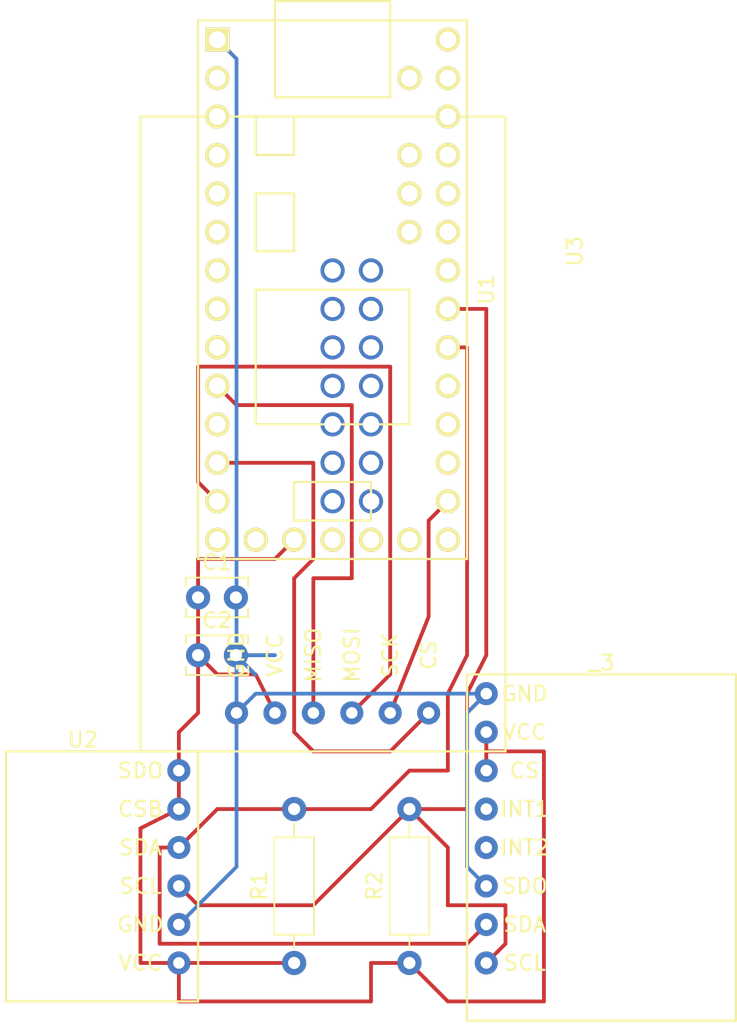
<source format=kicad_pcb>
(kicad_pcb (version 4) (host pcbnew 4.0.6)

  (general
    (links 26)
    (no_connects 2)
    (area 114.3 31.75 163.83 100.33)
    (thickness 1.6)
    (drawings 0)
    (tracks 92)
    (zones 0)
    (modules 8)
    (nets 42)
  )

  (page A4)
  (layers
    (0 F.Cu signal)
    (31 B.Cu signal)
    (32 B.Adhes user)
    (33 F.Adhes user)
    (34 B.Paste user)
    (35 F.Paste user)
    (36 B.SilkS user)
    (37 F.SilkS user)
    (38 B.Mask user)
    (39 F.Mask user)
    (40 Dwgs.User user)
    (41 Cmts.User user)
    (42 Eco1.User user)
    (43 Eco2.User user)
    (44 Edge.Cuts user)
    (45 Margin user)
    (46 B.CrtYd user)
    (47 F.CrtYd user)
    (48 B.Fab user)
    (49 F.Fab user)
  )

  (setup
    (last_trace_width 0.25)
    (trace_clearance 0.2)
    (zone_clearance 0.508)
    (zone_45_only no)
    (trace_min 0.2)
    (segment_width 0.2)
    (edge_width 0.15)
    (via_size 0.6)
    (via_drill 0.4)
    (via_min_size 0.4)
    (via_min_drill 0.3)
    (uvia_size 0.3)
    (uvia_drill 0.1)
    (uvias_allowed no)
    (uvia_min_size 0.2)
    (uvia_min_drill 0.1)
    (pcb_text_width 0.3)
    (pcb_text_size 1.5 1.5)
    (mod_edge_width 0.15)
    (mod_text_size 1 1)
    (mod_text_width 0.15)
    (pad_size 1.6 1.6)
    (pad_drill 0.8)
    (pad_to_mask_clearance 0.2)
    (aux_axis_origin 0 0)
    (visible_elements 7FFFFFFF)
    (pcbplotparams
      (layerselection 0x00030_80000001)
      (usegerberextensions false)
      (excludeedgelayer true)
      (linewidth 0.100000)
      (plotframeref false)
      (viasonmask false)
      (mode 1)
      (useauxorigin false)
      (hpglpennumber 1)
      (hpglpenspeed 20)
      (hpglpendiameter 15)
      (hpglpenoverlay 2)
      (psnegative false)
      (psa4output false)
      (plotreference true)
      (plotvalue true)
      (plotinvisibletext false)
      (padsonsilk false)
      (subtractmaskfromsilk false)
      (outputformat 1)
      (mirror false)
      (drillshape 1)
      (scaleselection 1)
      (outputdirectory ""))
  )

  (net 0 "")
  (net 1 +3V3)
  (net 2 GND)
  (net 3 "Net-(R1-Pad2)")
  (net 4 "Net-(R2-Pad2)")
  (net 5 "Net-(U1-Pad17)")
  (net 6 "Net-(U1-Pad18)")
  (net 7 "Net-(U1-Pad19)")
  (net 8 "Net-(U1-Pad20)")
  (net 9 "Net-(U1-Pad15)")
  (net 10 "Net-(U1-Pad14)")
  (net 11 "Net-(U1-Pad21)")
  (net 12 "Net-(U1-Pad22)")
  (net 13 "Net-(U1-Pad23)")
  (net 14 "Net-(U1-Pad24)")
  (net 15 "Net-(U1-Pad27)")
  (net 16 "Net-(U1-Pad28)")
  (net 17 "Net-(U1-Pad29)")
  (net 18 "Net-(U1-Pad30)")
  (net 19 "Net-(U1-Pad31)")
  (net 20 "Net-(U1-Pad32)")
  (net 21 "Net-(U1-Pad33)")
  (net 22 "Net-(U1-Pad34)")
  (net 23 "Net-(U1-Pad35)")
  (net 24 "Net-(U1-Pad36)")
  (net 25 "Net-(U1-Pad37)")
  (net 26 "Net-(U1-Pad13)")
  (net 27 "Net-(U1-Pad12)")
  (net 28 "Net-(U1-Pad11)")
  (net 29 "Net-(U1-Pad10)")
  (net 30 "Net-(U1-Pad9)")
  (net 31 "Net-(U1-Pad8)")
  (net 32 "Net-(U1-Pad7)")
  (net 33 "Net-(U1-Pad6)")
  (net 34 "Net-(U1-Pad5)")
  (net 35 "Net-(U1-Pad4)")
  (net 36 "Net-(U1-Pad3)")
  (net 37 "Net-(U1-Pad2)")
  (net 38 "Net-(U1-Pad38)")
  (net 39 "Net-(U1-Pad39)")
  (net 40 "Net-(_3-Pad4)")
  (net 41 "Net-(_3-Pad5)")

  (net_class Default "This is the default net class."
    (clearance 0.2)
    (trace_width 0.25)
    (via_dia 0.6)
    (via_drill 0.4)
    (uvia_dia 0.3)
    (uvia_drill 0.1)
    (add_net +3V3)
    (add_net GND)
    (add_net "Net-(R1-Pad2)")
    (add_net "Net-(R2-Pad2)")
    (add_net "Net-(U1-Pad10)")
    (add_net "Net-(U1-Pad11)")
    (add_net "Net-(U1-Pad12)")
    (add_net "Net-(U1-Pad13)")
    (add_net "Net-(U1-Pad14)")
    (add_net "Net-(U1-Pad15)")
    (add_net "Net-(U1-Pad17)")
    (add_net "Net-(U1-Pad18)")
    (add_net "Net-(U1-Pad19)")
    (add_net "Net-(U1-Pad2)")
    (add_net "Net-(U1-Pad20)")
    (add_net "Net-(U1-Pad21)")
    (add_net "Net-(U1-Pad22)")
    (add_net "Net-(U1-Pad23)")
    (add_net "Net-(U1-Pad24)")
    (add_net "Net-(U1-Pad27)")
    (add_net "Net-(U1-Pad28)")
    (add_net "Net-(U1-Pad29)")
    (add_net "Net-(U1-Pad3)")
    (add_net "Net-(U1-Pad30)")
    (add_net "Net-(U1-Pad31)")
    (add_net "Net-(U1-Pad32)")
    (add_net "Net-(U1-Pad33)")
    (add_net "Net-(U1-Pad34)")
    (add_net "Net-(U1-Pad35)")
    (add_net "Net-(U1-Pad36)")
    (add_net "Net-(U1-Pad37)")
    (add_net "Net-(U1-Pad38)")
    (add_net "Net-(U1-Pad39)")
    (add_net "Net-(U1-Pad4)")
    (add_net "Net-(U1-Pad5)")
    (add_net "Net-(U1-Pad6)")
    (add_net "Net-(U1-Pad7)")
    (add_net "Net-(U1-Pad8)")
    (add_net "Net-(U1-Pad9)")
    (add_net "Net-(_3-Pad4)")
    (add_net "Net-(_3-Pad5)")
  )

  (module EbayParts:SDCard_Breakout (layer F.Cu) (tedit 58C79BFA) (tstamp 58C7A38D)
    (at 124.46 40.64 270)
    (path /58C79E1B)
    (fp_text reference U3 (at 8.89 -28.71 270) (layer F.SilkS)
      (effects (font (size 1 1) (thickness 0.15)))
    )
    (fp_text value SDCard_Breakout (at 10.16 -25.9 270) (layer F.Fab)
      (effects (font (size 1 1) (thickness 0.15)))
    )
    (fp_text user GND (at 35.56 -6.35 270) (layer F.SilkS)
      (effects (font (size 1 1) (thickness 0.15)))
    )
    (fp_text user VCC (at 35.56 -8.89 270) (layer F.SilkS)
      (effects (font (size 1 1) (thickness 0.15)))
    )
    (fp_text user MISO (at 35.56 -11.43 270) (layer F.SilkS)
      (effects (font (size 1 1) (thickness 0.15)))
    )
    (fp_text user MOSI (at 35.56 -13.97 270) (layer F.SilkS)
      (effects (font (size 1 1) (thickness 0.15)))
    )
    (fp_text user SCK (at 35.56 -16.51 270) (layer F.SilkS)
      (effects (font (size 1 1) (thickness 0.15)))
    )
    (fp_text user CS (at 35.56 -19.05 270) (layer F.SilkS)
      (effects (font (size 1 1) (thickness 0.15)))
    )
    (fp_line (start 0 0) (end 0 -24.13) (layer F.SilkS) (width 0.15))
    (fp_line (start 0 -24.13) (end 41.91 -24.13) (layer F.SilkS) (width 0.15))
    (fp_line (start 41.91 -24.13) (end 41.91 0) (layer F.SilkS) (width 0.15))
    (fp_line (start 41.91 0) (end 0 0) (layer F.SilkS) (width 0.15))
    (pad 6 thru_hole circle (at 39.37 -19.05 270) (size 1.524 1.524) (drill 0.762) (layers *.Cu *.Mask)
      (net 27 "Net-(U1-Pad12)"))
    (pad 5 thru_hole circle (at 39.37 -16.51 270) (size 1.524 1.524) (drill 0.762) (layers *.Cu *.Mask)
      (net 11 "Net-(U1-Pad21)"))
    (pad 4 thru_hole circle (at 39.37 -13.97 270) (size 1.524 1.524) (drill 0.762) (layers *.Cu *.Mask)
      (net 26 "Net-(U1-Pad13)"))
    (pad 3 thru_hole circle (at 39.37 -11.43 270) (size 1.524 1.524) (drill 0.762) (layers *.Cu *.Mask)
      (net 29 "Net-(U1-Pad10)"))
    (pad 2 thru_hole circle (at 39.37 -8.89 270) (size 1.524 1.524) (drill 0.762) (layers *.Cu *.Mask)
      (net 1 +3V3))
    (pad 1 thru_hole circle (at 39.37 -6.35 270) (size 1.524 1.524) (drill 0.762) (layers *.Cu *.Mask)
      (net 2 GND))
  )

  (module Teensy:Teensy30_31_32_LC (layer F.Cu) (tedit 581B9EAD) (tstamp 58C79E46)
    (at 137.16 52.07 270)
    (path /58C78C56)
    (fp_text reference U1 (at 0 -10.16 270) (layer F.SilkS)
      (effects (font (size 1 1) (thickness 0.15)))
    )
    (fp_text value Teensy-LC (at 0 10.16 270) (layer F.Fab)
      (effects (font (size 1 1) (thickness 0.15)))
    )
    (fp_line (start -17.78 3.81) (end -19.05 3.81) (layer F.SilkS) (width 0.15))
    (fp_line (start -19.05 3.81) (end -19.05 -3.81) (layer F.SilkS) (width 0.15))
    (fp_line (start -19.05 -3.81) (end -17.78 -3.81) (layer F.SilkS) (width 0.15))
    (fp_line (start -6.35 5.08) (end -2.54 5.08) (layer F.SilkS) (width 0.15))
    (fp_line (start -2.54 5.08) (end -2.54 2.54) (layer F.SilkS) (width 0.15))
    (fp_line (start -2.54 2.54) (end -6.35 2.54) (layer F.SilkS) (width 0.15))
    (fp_line (start -6.35 2.54) (end -6.35 5.08) (layer F.SilkS) (width 0.15))
    (fp_line (start -12.7 3.81) (end -12.7 -3.81) (layer F.SilkS) (width 0.15))
    (fp_line (start -12.7 -3.81) (end -17.78 -3.81) (layer F.SilkS) (width 0.15))
    (fp_line (start -12.7 3.81) (end -17.78 3.81) (layer F.SilkS) (width 0.15))
    (fp_line (start -11.43 5.08) (end -8.89 5.08) (layer F.SilkS) (width 0.15))
    (fp_line (start -8.89 5.08) (end -8.89 2.54) (layer F.SilkS) (width 0.15))
    (fp_line (start -8.89 2.54) (end -11.43 2.54) (layer F.SilkS) (width 0.15))
    (fp_line (start -11.43 2.54) (end -11.43 5.08) (layer F.SilkS) (width 0.15))
    (fp_line (start 15.24 -2.54) (end 15.24 2.54) (layer F.SilkS) (width 0.15))
    (fp_line (start 15.24 2.54) (end 12.7 2.54) (layer F.SilkS) (width 0.15))
    (fp_line (start 12.7 2.54) (end 12.7 -2.54) (layer F.SilkS) (width 0.15))
    (fp_line (start 12.7 -2.54) (end 15.24 -2.54) (layer F.SilkS) (width 0.15))
    (fp_line (start 8.89 5.08) (end 8.89 -5.08) (layer F.SilkS) (width 0.15))
    (fp_line (start 0 -5.08) (end 0 5.08) (layer F.SilkS) (width 0.15))
    (fp_line (start 8.89 -5.08) (end 0 -5.08) (layer F.SilkS) (width 0.15))
    (fp_line (start 8.89 5.08) (end 0 5.08) (layer F.SilkS) (width 0.15))
    (fp_line (start -17.78 -8.89) (end 17.78 -8.89) (layer F.SilkS) (width 0.15))
    (fp_line (start 17.78 -8.89) (end 17.78 8.89) (layer F.SilkS) (width 0.15))
    (fp_line (start 17.78 8.89) (end -17.78 8.89) (layer F.SilkS) (width 0.15))
    (fp_line (start -17.78 8.89) (end -17.78 -8.89) (layer F.SilkS) (width 0.15))
    (pad 17 thru_hole circle (at 16.51 0 270) (size 1.6 1.6) (drill 1.1) (layers *.Cu *.Mask F.SilkS)
      (net 5 "Net-(U1-Pad17)"))
    (pad 18 thru_hole circle (at 16.51 -2.54 270) (size 1.6 1.6) (drill 1.1) (layers *.Cu *.Mask F.SilkS)
      (net 6 "Net-(U1-Pad18)"))
    (pad 19 thru_hole circle (at 16.51 -5.08 270) (size 1.6 1.6) (drill 1.1) (layers *.Cu *.Mask F.SilkS)
      (net 7 "Net-(U1-Pad19)"))
    (pad 20 thru_hole circle (at 16.51 -7.62 270) (size 1.6 1.6) (drill 1.1) (layers *.Cu *.Mask F.SilkS)
      (net 8 "Net-(U1-Pad20)"))
    (pad 16 thru_hole circle (at 16.51 2.54 270) (size 1.6 1.6) (drill 1.1) (layers *.Cu *.Mask F.SilkS)
      (net 1 +3V3))
    (pad 15 thru_hole circle (at 16.51 5.08 270) (size 1.6 1.6) (drill 1.1) (layers *.Cu *.Mask F.SilkS)
      (net 9 "Net-(U1-Pad15)"))
    (pad 14 thru_hole circle (at 16.51 7.62 270) (size 1.6 1.6) (drill 1.1) (layers *.Cu *.Mask F.SilkS)
      (net 10 "Net-(U1-Pad14)"))
    (pad 21 thru_hole circle (at 13.97 -7.62 270) (size 1.6 1.6) (drill 1.1) (layers *.Cu *.Mask F.SilkS)
      (net 11 "Net-(U1-Pad21)"))
    (pad 22 thru_hole circle (at 11.43 -7.62 270) (size 1.6 1.6) (drill 1.1) (layers *.Cu *.Mask F.SilkS)
      (net 12 "Net-(U1-Pad22)"))
    (pad 23 thru_hole circle (at 8.89 -7.62 270) (size 1.6 1.6) (drill 1.1) (layers *.Cu *.Mask F.SilkS)
      (net 13 "Net-(U1-Pad23)"))
    (pad 24 thru_hole circle (at 6.35 -7.62 270) (size 1.6 1.6) (drill 1.1) (layers *.Cu *.Mask F.SilkS)
      (net 14 "Net-(U1-Pad24)"))
    (pad 25 thru_hole circle (at 3.81 -7.62 270) (size 1.6 1.6) (drill 1.1) (layers *.Cu *.Mask F.SilkS)
      (net 3 "Net-(R1-Pad2)"))
    (pad 26 thru_hole circle (at 1.27 -7.62 270) (size 1.6 1.6) (drill 1.1) (layers *.Cu *.Mask F.SilkS)
      (net 4 "Net-(R2-Pad2)"))
    (pad 27 thru_hole circle (at -1.27 -7.62 270) (size 1.6 1.6) (drill 1.1) (layers *.Cu *.Mask F.SilkS)
      (net 15 "Net-(U1-Pad27)"))
    (pad 28 thru_hole circle (at -3.81 -7.62 270) (size 1.6 1.6) (drill 1.1) (layers *.Cu *.Mask F.SilkS)
      (net 16 "Net-(U1-Pad28)"))
    (pad 29 thru_hole circle (at -6.35 -7.62 270) (size 1.6 1.6) (drill 1.1) (layers *.Cu *.Mask F.SilkS)
      (net 17 "Net-(U1-Pad29)"))
    (pad 30 thru_hole circle (at -8.89 -7.62 270) (size 1.6 1.6) (drill 1.1) (layers *.Cu *.Mask F.SilkS)
      (net 18 "Net-(U1-Pad30)"))
    (pad 31 thru_hole circle (at -11.43 -7.62 270) (size 1.6 1.6) (drill 1.1) (layers *.Cu *.Mask F.SilkS)
      (net 19 "Net-(U1-Pad31)"))
    (pad 32 thru_hole circle (at -13.97 -7.62 270) (size 1.6 1.6) (drill 1.1) (layers *.Cu *.Mask F.SilkS)
      (net 20 "Net-(U1-Pad32)"))
    (pad 33 thru_hole circle (at -16.51 -7.62 270) (size 1.6 1.6) (drill 1.1) (layers *.Cu *.Mask F.SilkS)
      (net 21 "Net-(U1-Pad33)"))
    (pad 34 thru_hole circle (at -13.97 -5.08 270) (size 1.6 1.6) (drill 1.1) (layers *.Cu *.Mask F.SilkS)
      (net 22 "Net-(U1-Pad34)"))
    (pad 35 thru_hole circle (at -8.89 -5.08 270) (size 1.6 1.6) (drill 1.1) (layers *.Cu *.Mask F.SilkS)
      (net 23 "Net-(U1-Pad35)"))
    (pad 36 thru_hole circle (at -6.35 -5.08 270) (size 1.6 1.6) (drill 1.1) (layers *.Cu *.Mask F.SilkS)
      (net 24 "Net-(U1-Pad36)"))
    (pad 37 thru_hole circle (at -3.81 -5.08 270) (size 1.6 1.6) (drill 1.1) (layers *.Cu *.Mask F.SilkS)
      (net 25 "Net-(U1-Pad37)"))
    (pad 13 thru_hole circle (at 13.97 7.62 270) (size 1.6 1.6) (drill 1.1) (layers *.Cu *.Mask F.SilkS)
      (net 26 "Net-(U1-Pad13)"))
    (pad 12 thru_hole circle (at 11.43 7.62 270) (size 1.6 1.6) (drill 1.1) (layers *.Cu *.Mask F.SilkS)
      (net 27 "Net-(U1-Pad12)"))
    (pad 11 thru_hole circle (at 8.89 7.62 270) (size 1.6 1.6) (drill 1.1) (layers *.Cu *.Mask F.SilkS)
      (net 28 "Net-(U1-Pad11)"))
    (pad 10 thru_hole circle (at 6.35 7.62 270) (size 1.6 1.6) (drill 1.1) (layers *.Cu *.Mask F.SilkS)
      (net 29 "Net-(U1-Pad10)"))
    (pad 9 thru_hole circle (at 3.81 7.62 270) (size 1.6 1.6) (drill 1.1) (layers *.Cu *.Mask F.SilkS)
      (net 30 "Net-(U1-Pad9)"))
    (pad 8 thru_hole circle (at 1.27 7.62 270) (size 1.6 1.6) (drill 1.1) (layers *.Cu *.Mask F.SilkS)
      (net 31 "Net-(U1-Pad8)"))
    (pad 7 thru_hole circle (at -1.27 7.62 270) (size 1.6 1.6) (drill 1.1) (layers *.Cu *.Mask F.SilkS)
      (net 32 "Net-(U1-Pad7)"))
    (pad 6 thru_hole circle (at -3.81 7.62 270) (size 1.6 1.6) (drill 1.1) (layers *.Cu *.Mask F.SilkS)
      (net 33 "Net-(U1-Pad6)"))
    (pad 5 thru_hole circle (at -6.35 7.62 270) (size 1.6 1.6) (drill 1.1) (layers *.Cu *.Mask F.SilkS)
      (net 34 "Net-(U1-Pad5)"))
    (pad 4 thru_hole circle (at -8.89 7.62 270) (size 1.6 1.6) (drill 1.1) (layers *.Cu *.Mask F.SilkS)
      (net 35 "Net-(U1-Pad4)"))
    (pad 3 thru_hole circle (at -11.43 7.62 270) (size 1.6 1.6) (drill 1.1) (layers *.Cu *.Mask F.SilkS)
      (net 36 "Net-(U1-Pad3)"))
    (pad 2 thru_hole circle (at -13.97 7.62 270) (size 1.6 1.6) (drill 1.1) (layers *.Cu *.Mask F.SilkS)
      (net 37 "Net-(U1-Pad2)"))
    (pad 1 thru_hole rect (at -16.51 7.62 270) (size 1.6 1.6) (drill 1.1) (layers *.Cu *.Mask F.SilkS)
      (net 2 GND))
    (pad 38 thru_hole circle (at -1.27 0 270) (size 1.6 1.6) (drill 1.1) (layers *.Cu *.Mask)
      (net 38 "Net-(U1-Pad38)"))
    (pad 39 thru_hole circle (at 1.27 0 270) (size 1.6 1.6) (drill 1.1) (layers *.Cu *.Mask)
      (net 39 "Net-(U1-Pad39)"))
    (pad 40 thru_hole circle (at 3.81 0 270) (size 1.6 1.6) (drill 1.1) (layers *.Cu *.Mask))
    (pad 41 thru_hole circle (at 6.35 0 270) (size 1.6 1.6) (drill 1.1) (layers *.Cu *.Mask))
    (pad 42 thru_hole circle (at 8.89 0 270) (size 1.6 1.6) (drill 1.1) (layers *.Cu *.Mask))
    (pad 43 thru_hole circle (at 11.43 0 270) (size 1.6 1.6) (drill 1.1) (layers *.Cu *.Mask))
    (pad 44 thru_hole circle (at 13.97 0 270) (size 1.6 1.6) (drill 1.1) (layers *.Cu *.Mask))
    (pad 45 thru_hole circle (at 13.97 -2.54 270) (size 1.6 1.6) (drill 1.1) (layers *.Cu *.Mask))
    (pad 46 thru_hole circle (at 11.43 -2.54 270) (size 1.6 1.6) (drill 1.1) (layers *.Cu *.Mask))
    (pad 47 thru_hole circle (at 8.89 -2.54 270) (size 1.6 1.6) (drill 1.1) (layers *.Cu *.Mask))
    (pad 48 thru_hole circle (at 6.35 -2.54 270) (size 1.6 1.6) (drill 1.1) (layers *.Cu *.Mask))
    (pad 49 thru_hole circle (at 3.81 -2.54 270) (size 1.6 1.6) (drill 1.1) (layers *.Cu *.Mask))
    (pad 50 thru_hole circle (at 1.27 -2.54 270) (size 1.6 1.6) (drill 1.1) (layers *.Cu *.Mask))
    (pad 51 thru_hole circle (at -1.27 -2.54 270) (size 1.6 1.6) (drill 1.1) (layers *.Cu *.Mask))
  )

  (module Capacitors_THT:C_Rect_L4.0mm_W2.5mm_P2.50mm (layer F.Cu) (tedit 58765D05) (tstamp 58C79DB5)
    (at 128.27 72.39)
    (descr "C, Rect series, Radial, pin pitch=2.50mm, , length*width=4*2.5mm^2, Capacitor")
    (tags "C Rect series Radial pin pitch 2.50mm  length 4mm width 2.5mm Capacitor")
    (path /58C7CCD2)
    (fp_text reference C1 (at 1.25 -2.31) (layer F.SilkS)
      (effects (font (size 1 1) (thickness 0.15)))
    )
    (fp_text value C (at 1.25 2.31) (layer F.Fab)
      (effects (font (size 1 1) (thickness 0.15)))
    )
    (fp_line (start -0.75 -1.25) (end -0.75 1.25) (layer F.Fab) (width 0.1))
    (fp_line (start -0.75 1.25) (end 3.25 1.25) (layer F.Fab) (width 0.1))
    (fp_line (start 3.25 1.25) (end 3.25 -1.25) (layer F.Fab) (width 0.1))
    (fp_line (start 3.25 -1.25) (end -0.75 -1.25) (layer F.Fab) (width 0.1))
    (fp_line (start -0.81 -1.31) (end 3.31 -1.31) (layer F.SilkS) (width 0.12))
    (fp_line (start -0.81 1.31) (end 3.31 1.31) (layer F.SilkS) (width 0.12))
    (fp_line (start -0.81 -1.31) (end -0.81 -0.75) (layer F.SilkS) (width 0.12))
    (fp_line (start -0.81 0.75) (end -0.81 1.31) (layer F.SilkS) (width 0.12))
    (fp_line (start 3.31 -1.31) (end 3.31 -0.75) (layer F.SilkS) (width 0.12))
    (fp_line (start 3.31 0.75) (end 3.31 1.31) (layer F.SilkS) (width 0.12))
    (fp_line (start -1.1 -1.6) (end -1.1 1.6) (layer F.CrtYd) (width 0.05))
    (fp_line (start -1.1 1.6) (end 3.6 1.6) (layer F.CrtYd) (width 0.05))
    (fp_line (start 3.6 1.6) (end 3.6 -1.6) (layer F.CrtYd) (width 0.05))
    (fp_line (start 3.6 -1.6) (end -1.1 -1.6) (layer F.CrtYd) (width 0.05))
    (pad 1 thru_hole circle (at 0 0) (size 1.6 1.6) (drill 0.8) (layers *.Cu *.Mask)
      (net 1 +3V3))
    (pad 2 thru_hole circle (at 2.5 0) (size 1.6 1.6) (drill 0.8) (layers *.Cu *.Mask)
      (net 2 GND))
    (model Capacitors_THT.3dshapes/C_Rect_L4.0mm_W2.5mm_P2.50mm.wrl
      (at (xyz 0 0 0))
      (scale (xyz 0.393701 0.393701 0.393701))
      (rotate (xyz 0 0 0))
    )
  )

  (module Capacitors_THT:C_Rect_L4.0mm_W2.5mm_P2.50mm (layer F.Cu) (tedit 58C7A574) (tstamp 58C79DC9)
    (at 128.27 76.2)
    (descr "C, Rect series, Radial, pin pitch=2.50mm, , length*width=4*2.5mm^2, Capacitor")
    (tags "C Rect series Radial pin pitch 2.50mm  length 4mm width 2.5mm Capacitor")
    (path /58C7CE8C)
    (fp_text reference C2 (at 1.25 -2.31) (layer F.SilkS)
      (effects (font (size 1 1) (thickness 0.15)))
    )
    (fp_text value C (at 1.25 2.31) (layer F.Fab)
      (effects (font (size 1 1) (thickness 0.15)))
    )
    (fp_line (start -0.75 -1.25) (end -0.75 1.25) (layer F.Fab) (width 0.1))
    (fp_line (start -0.75 1.25) (end 3.25 1.25) (layer F.Fab) (width 0.1))
    (fp_line (start 3.25 1.25) (end 3.25 -1.25) (layer F.Fab) (width 0.1))
    (fp_line (start 3.25 -1.25) (end -0.75 -1.25) (layer F.Fab) (width 0.1))
    (fp_line (start -0.81 -1.31) (end 3.31 -1.31) (layer F.SilkS) (width 0.12))
    (fp_line (start -0.81 1.31) (end 3.31 1.31) (layer F.SilkS) (width 0.12))
    (fp_line (start -0.81 -1.31) (end -0.81 -0.75) (layer F.SilkS) (width 0.12))
    (fp_line (start -0.81 0.75) (end -0.81 1.31) (layer F.SilkS) (width 0.12))
    (fp_line (start 3.31 -1.31) (end 3.31 -0.75) (layer F.SilkS) (width 0.12))
    (fp_line (start 3.31 0.75) (end 3.31 1.31) (layer F.SilkS) (width 0.12))
    (fp_line (start -1.1 -1.6) (end -1.1 1.6) (layer F.CrtYd) (width 0.05))
    (fp_line (start -1.1 1.6) (end 3.6 1.6) (layer F.CrtYd) (width 0.05))
    (fp_line (start 3.6 1.6) (end 3.6 -1.6) (layer F.CrtYd) (width 0.05))
    (fp_line (start 3.6 -1.6) (end -1.1 -1.6) (layer F.CrtYd) (width 0.05))
    (pad 1 thru_hole circle (at 0 0) (size 1.6 1.6) (drill 0.8) (layers *.Cu *.Mask)
      (net 1 +3V3))
    (pad 2 thru_hole circle (at 2.5 0) (size 1.6 1.6) (drill 0.8) (layers *.Cu *.Mask)
      (net 2 GND))
    (model Capacitors_THT.3dshapes/C_Rect_L4.0mm_W2.5mm_P2.50mm.wrl
      (at (xyz 0 0 0))
      (scale (xyz 0.393701 0.393701 0.393701))
      (rotate (xyz 0 0 0))
    )
  )

  (module EbayParts:BME280_Breakout (layer F.Cu) (tedit 58C7890B) (tstamp 58C79E5A)
    (at 115.57 99.06)
    (path /58C814CA)
    (fp_text reference U2 (at 5.08 -17.28) (layer F.SilkS)
      (effects (font (size 1 1) (thickness 0.15)))
    )
    (fp_text value BME280_Breakout (at 6.35 -17.01) (layer F.Fab)
      (effects (font (size 1 1) (thickness 0.15)))
    )
    (fp_text user VCC (at 8.89 -2.54) (layer F.SilkS)
      (effects (font (size 1 1) (thickness 0.15)))
    )
    (fp_text user GND (at 8.89 -5.08) (layer F.SilkS)
      (effects (font (size 1 1) (thickness 0.15)))
    )
    (fp_text user SCL (at 8.89 -7.62) (layer F.SilkS)
      (effects (font (size 1 1) (thickness 0.15)))
    )
    (fp_text user SDA (at 8.89 -10.16) (layer F.SilkS)
      (effects (font (size 1 1) (thickness 0.15)))
    )
    (fp_text user CSB (at 8.89 -12.7) (layer F.SilkS)
      (effects (font (size 1 1) (thickness 0.15)))
    )
    (fp_text user SDO (at 8.89 -15.24) (layer F.SilkS)
      (effects (font (size 1 1) (thickness 0.15)))
    )
    (fp_line (start 0 0) (end 0 -16.51) (layer F.SilkS) (width 0.15))
    (fp_line (start 0 -16.51) (end 12.7 -16.51) (layer F.SilkS) (width 0.15))
    (fp_line (start 12.7 -16.51) (end 12.7 0) (layer F.SilkS) (width 0.15))
    (fp_line (start 12.7 0) (end 0 0) (layer F.SilkS) (width 0.15))
    (pad 1 thru_hole circle (at 11.43 -15.24) (size 1.524 1.524) (drill 0.762) (layers *.Cu *.Mask)
      (net 1 +3V3))
    (pad 2 thru_hole circle (at 11.43 -12.7) (size 1.524 1.524) (drill 0.762) (layers *.Cu *.Mask)
      (net 1 +3V3))
    (pad 3 thru_hole circle (at 11.43 -10.16) (size 1.524 1.524) (drill 0.762) (layers *.Cu *.Mask)
      (net 3 "Net-(R1-Pad2)"))
    (pad 4 thru_hole circle (at 11.43 -7.62) (size 1.524 1.524) (drill 0.762) (layers *.Cu *.Mask)
      (net 4 "Net-(R2-Pad2)"))
    (pad 5 thru_hole circle (at 11.43 -5.08) (size 1.524 1.524) (drill 0.762) (layers *.Cu *.Mask)
      (net 2 GND))
    (pad 6 thru_hole circle (at 11.43 -2.54) (size 1.524 1.524) (drill 0.762) (layers *.Cu *.Mask)
      (net 1 +3V3))
  )

  (module EbayParts:ADXL345_Breakout (layer F.Cu) (tedit 58C78951) (tstamp 58C79E86)
    (at 146.05 100.33)
    (path /58C7BAD1)
    (fp_text reference _3 (at 8.89 -23.63) (layer F.SilkS)
      (effects (font (size 1 1) (thickness 0.15)))
    )
    (fp_text value ADXL345_Breakout (at 6.35 -25.9) (layer F.Fab)
      (effects (font (size 1 1) (thickness 0.15)))
    )
    (fp_text user SCL (at 3.81 -3.81) (layer F.SilkS)
      (effects (font (size 1 1) (thickness 0.15)))
    )
    (fp_text user SDA (at 3.81 -6.35) (layer F.SilkS)
      (effects (font (size 1 1) (thickness 0.15)))
    )
    (fp_text user SDO (at 3.81 -8.89) (layer F.SilkS)
      (effects (font (size 1 1) (thickness 0.15)))
    )
    (fp_text user INT2 (at 3.81 -11.43) (layer F.SilkS)
      (effects (font (size 1 1) (thickness 0.15)))
    )
    (fp_text user INT1 (at 3.81 -13.97) (layer F.SilkS)
      (effects (font (size 1 1) (thickness 0.15)))
    )
    (fp_text user CS (at 3.81 -16.51) (layer F.SilkS)
      (effects (font (size 1 1) (thickness 0.15)))
    )
    (fp_text user VCC (at 3.81 -19.05) (layer F.SilkS)
      (effects (font (size 1 1) (thickness 0.15)))
    )
    (fp_text user GND (at 3.81 -21.59) (layer F.SilkS)
      (effects (font (size 1 1) (thickness 0.15)))
    )
    (fp_line (start 0 0) (end 0 -22.86) (layer F.SilkS) (width 0.15))
    (fp_line (start 0 -22.86) (end 17.78 -22.86) (layer F.SilkS) (width 0.15))
    (fp_line (start 17.78 -22.86) (end 17.78 0) (layer F.SilkS) (width 0.15))
    (fp_line (start 17.78 0) (end 0 0) (layer F.SilkS) (width 0.15))
    (pad 1 thru_hole circle (at 1.27 -21.59) (size 1.524 1.524) (drill 0.762) (layers *.Cu *.Mask)
      (net 2 GND))
    (pad 2 thru_hole circle (at 1.27 -19.05) (size 1.524 1.524) (drill 0.762) (layers *.Cu *.Mask)
      (net 1 +3V3))
    (pad 3 thru_hole circle (at 1.27 -16.51) (size 1.524 1.524) (drill 0.762) (layers *.Cu *.Mask)
      (net 1 +3V3))
    (pad 4 thru_hole circle (at 1.27 -13.97) (size 1.524 1.524) (drill 0.762) (layers *.Cu *.Mask)
      (net 40 "Net-(_3-Pad4)"))
    (pad 5 thru_hole circle (at 1.27 -11.43) (size 1.524 1.524) (drill 0.762) (layers *.Cu *.Mask)
      (net 41 "Net-(_3-Pad5)"))
    (pad 6 thru_hole circle (at 1.27 -8.89) (size 1.524 1.524) (drill 0.762) (layers *.Cu *.Mask)
      (net 2 GND))
    (pad 7 thru_hole circle (at 1.27 -6.35) (size 1.524 1.524) (drill 0.762) (layers *.Cu *.Mask)
      (net 3 "Net-(R1-Pad2)"))
    (pad 8 thru_hole circle (at 1.27 -3.81) (size 1.524 1.524) (drill 0.762) (layers *.Cu *.Mask)
      (net 4 "Net-(R2-Pad2)"))
  )

  (module Resistors_THT:R_Axial_DIN0207_L6.3mm_D2.5mm_P10.16mm_Horizontal (layer F.Cu) (tedit 5874F706) (tstamp 58C7A7F9)
    (at 134.62 96.52 90)
    (descr "Resistor, Axial_DIN0207 series, Axial, Horizontal, pin pitch=10.16mm, 0.25W = 1/4W, length*diameter=6.3*2.5mm^2, http://cdn-reichelt.de/documents/datenblatt/B400/1_4W%23YAG.pdf")
    (tags "Resistor Axial_DIN0207 series Axial Horizontal pin pitch 10.16mm 0.25W = 1/4W length 6.3mm diameter 2.5mm")
    (path /58C7C774)
    (fp_text reference R1 (at 5.08 -2.31 90) (layer F.SilkS)
      (effects (font (size 1 1) (thickness 0.15)))
    )
    (fp_text value R (at 5.08 2.31 90) (layer F.Fab)
      (effects (font (size 1 1) (thickness 0.15)))
    )
    (fp_line (start 1.93 -1.25) (end 1.93 1.25) (layer F.Fab) (width 0.1))
    (fp_line (start 1.93 1.25) (end 8.23 1.25) (layer F.Fab) (width 0.1))
    (fp_line (start 8.23 1.25) (end 8.23 -1.25) (layer F.Fab) (width 0.1))
    (fp_line (start 8.23 -1.25) (end 1.93 -1.25) (layer F.Fab) (width 0.1))
    (fp_line (start 0 0) (end 1.93 0) (layer F.Fab) (width 0.1))
    (fp_line (start 10.16 0) (end 8.23 0) (layer F.Fab) (width 0.1))
    (fp_line (start 1.87 -1.31) (end 1.87 1.31) (layer F.SilkS) (width 0.12))
    (fp_line (start 1.87 1.31) (end 8.29 1.31) (layer F.SilkS) (width 0.12))
    (fp_line (start 8.29 1.31) (end 8.29 -1.31) (layer F.SilkS) (width 0.12))
    (fp_line (start 8.29 -1.31) (end 1.87 -1.31) (layer F.SilkS) (width 0.12))
    (fp_line (start 0.98 0) (end 1.87 0) (layer F.SilkS) (width 0.12))
    (fp_line (start 9.18 0) (end 8.29 0) (layer F.SilkS) (width 0.12))
    (fp_line (start -1.05 -1.6) (end -1.05 1.6) (layer F.CrtYd) (width 0.05))
    (fp_line (start -1.05 1.6) (end 11.25 1.6) (layer F.CrtYd) (width 0.05))
    (fp_line (start 11.25 1.6) (end 11.25 -1.6) (layer F.CrtYd) (width 0.05))
    (fp_line (start 11.25 -1.6) (end -1.05 -1.6) (layer F.CrtYd) (width 0.05))
    (pad 1 thru_hole circle (at 0 0 90) (size 1.6 1.6) (drill 0.8) (layers *.Cu *.Mask)
      (net 1 +3V3))
    (pad 2 thru_hole oval (at 10.16 0 90) (size 1.6 1.6) (drill 0.8) (layers *.Cu *.Mask)
      (net 3 "Net-(R1-Pad2)"))
    (model Resistors_THT.3dshapes/R_Axial_DIN0207_L6.3mm_D2.5mm_P10.16mm_Horizontal.wrl
      (at (xyz 0 0 0))
      (scale (xyz 0.393701 0.393701 0.393701))
      (rotate (xyz 0 0 0))
    )
  )

  (module Resistors_THT:R_Axial_DIN0207_L6.3mm_D2.5mm_P10.16mm_Horizontal (layer F.Cu) (tedit 5874F706) (tstamp 58C7A80F)
    (at 142.24 96.52 90)
    (descr "Resistor, Axial_DIN0207 series, Axial, Horizontal, pin pitch=10.16mm, 0.25W = 1/4W, length*diameter=6.3*2.5mm^2, http://cdn-reichelt.de/documents/datenblatt/B400/1_4W%23YAG.pdf")
    (tags "Resistor Axial_DIN0207 series Axial Horizontal pin pitch 10.16mm 0.25W = 1/4W length 6.3mm diameter 2.5mm")
    (path /58C7C5DE)
    (fp_text reference R2 (at 5.08 -2.31 90) (layer F.SilkS)
      (effects (font (size 1 1) (thickness 0.15)))
    )
    (fp_text value R (at 5.08 2.31 90) (layer F.Fab)
      (effects (font (size 1 1) (thickness 0.15)))
    )
    (fp_line (start 1.93 -1.25) (end 1.93 1.25) (layer F.Fab) (width 0.1))
    (fp_line (start 1.93 1.25) (end 8.23 1.25) (layer F.Fab) (width 0.1))
    (fp_line (start 8.23 1.25) (end 8.23 -1.25) (layer F.Fab) (width 0.1))
    (fp_line (start 8.23 -1.25) (end 1.93 -1.25) (layer F.Fab) (width 0.1))
    (fp_line (start 0 0) (end 1.93 0) (layer F.Fab) (width 0.1))
    (fp_line (start 10.16 0) (end 8.23 0) (layer F.Fab) (width 0.1))
    (fp_line (start 1.87 -1.31) (end 1.87 1.31) (layer F.SilkS) (width 0.12))
    (fp_line (start 1.87 1.31) (end 8.29 1.31) (layer F.SilkS) (width 0.12))
    (fp_line (start 8.29 1.31) (end 8.29 -1.31) (layer F.SilkS) (width 0.12))
    (fp_line (start 8.29 -1.31) (end 1.87 -1.31) (layer F.SilkS) (width 0.12))
    (fp_line (start 0.98 0) (end 1.87 0) (layer F.SilkS) (width 0.12))
    (fp_line (start 9.18 0) (end 8.29 0) (layer F.SilkS) (width 0.12))
    (fp_line (start -1.05 -1.6) (end -1.05 1.6) (layer F.CrtYd) (width 0.05))
    (fp_line (start -1.05 1.6) (end 11.25 1.6) (layer F.CrtYd) (width 0.05))
    (fp_line (start 11.25 1.6) (end 11.25 -1.6) (layer F.CrtYd) (width 0.05))
    (fp_line (start 11.25 -1.6) (end -1.05 -1.6) (layer F.CrtYd) (width 0.05))
    (pad 1 thru_hole circle (at 0 0 90) (size 1.6 1.6) (drill 0.8) (layers *.Cu *.Mask)
      (net 1 +3V3))
    (pad 2 thru_hole oval (at 10.16 0 90) (size 1.6 1.6) (drill 0.8) (layers *.Cu *.Mask)
      (net 4 "Net-(R2-Pad2)"))
    (model Resistors_THT.3dshapes/R_Axial_DIN0207_L6.3mm_D2.5mm_P10.16mm_Horizontal.wrl
      (at (xyz 0 0 0))
      (scale (xyz 0.393701 0.393701 0.393701))
      (rotate (xyz 0 0 0))
    )
  )

  (segment (start 128.27 72.39) (end 128.27 71.12) (width 0.25) (layer F.Cu) (net 1))
  (segment (start 147.32 83.82) (end 147.32 81.28) (width 0.25) (layer F.Cu) (net 1))
  (segment (start 128.27 69.85) (end 130.81 69.85) (width 0.25) (layer F.Cu) (net 1))
  (segment (start 133.35 69.85) (end 134.62 68.58) (width 0.25) (layer F.Cu) (net 1) (tstamp 58C7AD7B))
  (segment (start 130.81 69.85) (end 133.35 69.85) (width 0.25) (layer F.Cu) (net 1) (tstamp 58C7AD7A))
  (segment (start 147.32 81.28) (end 147.32 82.55) (width 0.25) (layer F.Cu) (net 1))
  (segment (start 127 96.52) (end 124.46 96.52) (width 0.25) (layer F.Cu) (net 1))
  (segment (start 124.46 87.63) (end 127 86.36) (width 0.25) (layer F.Cu) (net 1) (tstamp 58C7AC02))
  (segment (start 124.46 96.52) (end 124.46 87.63) (width 0.25) (layer F.Cu) (net 1) (tstamp 58C7AC01))
  (segment (start 127 96.52) (end 134.62 96.52) (width 0.25) (layer F.Cu) (net 1))
  (segment (start 128.27 76.2) (end 129.54 77.47) (width 0.25) (layer F.Cu) (net 1))
  (segment (start 132.08 77.47) (end 133.35 80.01) (width 0.25) (layer F.Cu) (net 1) (tstamp 58C7AA6A) (status 20))
  (segment (start 129.54 77.47) (end 132.08 77.47) (width 0.25) (layer F.Cu) (net 1) (tstamp 58C7AA68))
  (segment (start 128.27 80.01) (end 128.27 76.2) (width 0.25) (layer F.Cu) (net 1))
  (segment (start 128.27 76.2) (end 128.27 71.12) (width 0.25) (layer F.Cu) (net 1) (tstamp 58C7AA66))
  (segment (start 128.27 71.12) (end 128.27 69.85) (width 0.25) (layer F.Cu) (net 1) (tstamp 58C7AE01))
  (segment (start 127 86.36) (end 127 83.82) (width 0.25) (layer F.Cu) (net 1) (status 30))
  (segment (start 127 83.82) (end 127 81.28) (width 0.25) (layer F.Cu) (net 1) (tstamp 58C7AA5C) (status 10))
  (segment (start 127 81.28) (end 128.27 80.01) (width 0.25) (layer F.Cu) (net 1) (tstamp 58C7AA5D))
  (segment (start 142.24 96.52) (end 144.78 99.06) (width 0.25) (layer F.Cu) (net 1))
  (segment (start 151.13 82.55) (end 147.32 82.55) (width 0.25) (layer F.Cu) (net 1) (tstamp 58C7AA36))
  (segment (start 151.13 99.06) (end 151.13 82.55) (width 0.25) (layer F.Cu) (net 1) (tstamp 58C7AA35))
  (segment (start 144.78 99.06) (end 151.13 99.06) (width 0.25) (layer F.Cu) (net 1) (tstamp 58C7AA34))
  (segment (start 127 96.52) (end 127 99.06) (width 0.25) (layer F.Cu) (net 1) (status 10))
  (segment (start 139.7 99.06) (end 139.7 96.52) (width 0.25) (layer F.Cu) (net 1) (tstamp 58C7AA17))
  (segment (start 127 99.06) (end 139.7 99.06) (width 0.25) (layer F.Cu) (net 1) (tstamp 58C7AA16))
  (segment (start 139.7 96.52) (end 142.24 96.52) (width 0.25) (layer F.Cu) (net 1) (tstamp 58C7AA18))
  (segment (start 130.77 76.2) (end 132.04 77.47) (width 0.25) (layer B.Cu) (net 2))
  (segment (start 132.04 77.47) (end 130.77 76.2) (width 0.25) (layer B.Cu) (net 2) (tstamp 58C7AE12))
  (segment (start 130.77 76.2) (end 130.81 76.2) (width 0.25) (layer B.Cu) (net 2) (tstamp 58C7AE13))
  (segment (start 130.81 76.2) (end 133.35 76.2) (width 0.25) (layer B.Cu) (net 2) (tstamp 58C7AE14))
  (segment (start 133.35 76.2) (end 130.77 76.2) (width 0.25) (layer B.Cu) (net 2) (tstamp 58C7AE15))
  (segment (start 130.81 36.83) (end 129.54 35.56) (width 0.25) (layer B.Cu) (net 2) (tstamp 58C7ADEB))
  (segment (start 130.81 72.35) (end 130.81 36.83) (width 0.25) (layer B.Cu) (net 2) (tstamp 58C7ADEA))
  (segment (start 130.77 72.39) (end 130.81 72.35) (width 0.25) (layer B.Cu) (net 2))
  (segment (start 147.32 91.44) (end 146.05 90.17) (width 0.25) (layer B.Cu) (net 2))
  (segment (start 146.05 80.01) (end 147.32 78.74) (width 0.25) (layer B.Cu) (net 2) (tstamp 58C7ADA6))
  (segment (start 146.05 90.17) (end 146.05 80.01) (width 0.25) (layer B.Cu) (net 2) (tstamp 58C7ADA4))
  (segment (start 130.81 80.01) (end 132.08 78.74) (width 0.25) (layer B.Cu) (net 2))
  (segment (start 132.08 78.74) (end 147.32 78.74) (width 0.25) (layer B.Cu) (net 2) (tstamp 58C7AD88))
  (segment (start 127 93.98) (end 130.81 90.17) (width 0.25) (layer B.Cu) (net 2))
  (segment (start 130.81 90.17) (end 130.81 72.43) (width 0.25) (layer B.Cu) (net 2) (tstamp 58C7AD83))
  (segment (start 130.81 72.43) (end 130.77 72.39) (width 0.25) (layer B.Cu) (net 2) (tstamp 58C7AD85))
  (segment (start 125.73 95.25) (end 125.73 88.9) (width 0.25) (layer F.Cu) (net 3))
  (segment (start 146.05 95.25) (end 125.73 95.25) (width 0.25) (layer F.Cu) (net 3) (tstamp 58C7AC28))
  (segment (start 147.32 93.98) (end 146.05 95.25) (width 0.25) (layer F.Cu) (net 3))
  (segment (start 125.73 88.9) (end 127 88.9) (width 0.25) (layer F.Cu) (net 3) (tstamp 58C7AC2C))
  (segment (start 127 88.9) (end 129.54 86.36) (width 0.25) (layer F.Cu) (net 3))
  (segment (start 129.54 86.36) (end 134.62 86.36) (width 0.25) (layer F.Cu) (net 3) (tstamp 58C7AC1C))
  (segment (start 146.05 76.2) (end 146.05 55.88) (width 0.25) (layer F.Cu) (net 3))
  (segment (start 139.7 86.36) (end 142.24 83.82) (width 0.25) (layer F.Cu) (net 3) (tstamp 58C7AC12))
  (segment (start 142.24 83.82) (end 144.78 83.82) (width 0.25) (layer F.Cu) (net 3) (tstamp 58C7AC13))
  (segment (start 144.78 83.82) (end 144.78 78.74) (width 0.25) (layer F.Cu) (net 3) (tstamp 58C7AC14))
  (segment (start 144.78 78.74) (end 146.05 76.2) (width 0.25) (layer F.Cu) (net 3) (tstamp 58C7AC15))
  (segment (start 134.62 86.36) (end 139.7 86.36) (width 0.25) (layer F.Cu) (net 3))
  (segment (start 146.05 55.88) (end 144.78 55.88) (width 0.25) (layer F.Cu) (net 3) (tstamp 58C7AC19) (status 20))
  (segment (start 147.32 96.52) (end 148.59 95.25) (width 0.25) (layer F.Cu) (net 4))
  (segment (start 144.78 88.9) (end 142.24 86.36) (width 0.25) (layer F.Cu) (net 4) (tstamp 58C7AC39))
  (segment (start 144.78 90.17) (end 144.78 88.9) (width 0.25) (layer F.Cu) (net 4) (tstamp 58C7AC37))
  (segment (start 144.78 92.71) (end 144.78 90.17) (width 0.25) (layer F.Cu) (net 4) (tstamp 58C7AC36))
  (segment (start 146.05 92.71) (end 144.78 92.71) (width 0.25) (layer F.Cu) (net 4) (tstamp 58C7AC35))
  (segment (start 148.59 92.71) (end 146.05 92.71) (width 0.25) (layer F.Cu) (net 4) (tstamp 58C7AC34))
  (segment (start 148.59 95.25) (end 148.59 92.71) (width 0.25) (layer F.Cu) (net 4) (tstamp 58C7AC33))
  (segment (start 142.24 86.36) (end 146.05 86.36) (width 0.25) (layer F.Cu) (net 4))
  (segment (start 147.32 53.34) (end 144.78 53.34) (width 0.25) (layer F.Cu) (net 4) (tstamp 58C7AC0F) (status 20))
  (segment (start 147.32 76.2) (end 147.32 53.34) (width 0.25) (layer F.Cu) (net 4) (tstamp 58C7AC0E))
  (segment (start 146.05 78.74) (end 147.32 76.2) (width 0.25) (layer F.Cu) (net 4) (tstamp 58C7AC0C))
  (segment (start 146.05 86.36) (end 146.05 78.74) (width 0.25) (layer F.Cu) (net 4) (tstamp 58C7AC0B))
  (segment (start 127 91.44) (end 128.27 92.71) (width 0.25) (layer F.Cu) (net 4) (status 10))
  (segment (start 135.89 92.71) (end 142.24 86.36) (width 0.25) (layer F.Cu) (net 4) (tstamp 58C7AA24))
  (segment (start 128.27 92.71) (end 135.89 92.71) (width 0.25) (layer F.Cu) (net 4) (tstamp 58C7AA22))
  (segment (start 140.97 80.01) (end 143.51 73.66) (width 0.25) (layer F.Cu) (net 11) (status 10))
  (segment (start 143.51 67.31) (end 144.78 66.04) (width 0.25) (layer F.Cu) (net 11) (tstamp 58C7AC40) (status 20))
  (segment (start 143.51 73.66) (end 143.51 67.31) (width 0.25) (layer F.Cu) (net 11) (tstamp 58C7AC3E))
  (segment (start 138.43 80.01) (end 140.97 77.47) (width 0.25) (layer F.Cu) (net 26))
  (segment (start 128.27 64.77) (end 129.54 66.04) (width 0.25) (layer F.Cu) (net 26) (tstamp 58C7AD76))
  (segment (start 128.27 57.15) (end 128.27 64.77) (width 0.25) (layer F.Cu) (net 26) (tstamp 58C7AD75))
  (segment (start 140.97 57.15) (end 128.27 57.15) (width 0.25) (layer F.Cu) (net 26) (tstamp 58C7AD74))
  (segment (start 140.97 63.5) (end 140.97 57.15) (width 0.25) (layer F.Cu) (net 26) (tstamp 58C7AD73))
  (segment (start 140.97 77.47) (end 140.97 63.5) (width 0.25) (layer F.Cu) (net 26) (tstamp 58C7AD71))
  (segment (start 143.51 80.01) (end 140.97 82.55) (width 0.25) (layer F.Cu) (net 27))
  (segment (start 135.89 63.5) (end 129.54 63.5) (width 0.25) (layer F.Cu) (net 27) (tstamp 58C7AD67))
  (segment (start 135.89 69.85) (end 135.89 63.5) (width 0.25) (layer F.Cu) (net 27) (tstamp 58C7AD66))
  (segment (start 134.62 71.12) (end 135.89 69.85) (width 0.25) (layer F.Cu) (net 27) (tstamp 58C7AD64))
  (segment (start 134.62 81.28) (end 134.62 71.12) (width 0.25) (layer F.Cu) (net 27) (tstamp 58C7AD63))
  (segment (start 135.89 82.55) (end 134.62 81.28) (width 0.25) (layer F.Cu) (net 27) (tstamp 58C7AD61))
  (segment (start 140.97 82.55) (end 135.89 82.55) (width 0.25) (layer F.Cu) (net 27) (tstamp 58C7AD5F))
  (segment (start 135.89 80.01) (end 135.89 71.12) (width 0.25) (layer F.Cu) (net 29))
  (segment (start 130.81 59.69) (end 129.54 58.42) (width 0.25) (layer F.Cu) (net 29) (tstamp 58C7AD6D))
  (segment (start 138.43 59.69) (end 130.81 59.69) (width 0.25) (layer F.Cu) (net 29) (tstamp 58C7AD6C))
  (segment (start 138.43 71.12) (end 138.43 59.69) (width 0.25) (layer F.Cu) (net 29) (tstamp 58C7AD6B))
  (segment (start 135.89 71.12) (end 138.43 71.12) (width 0.25) (layer F.Cu) (net 29) (tstamp 58C7AD6A))

)

</source>
